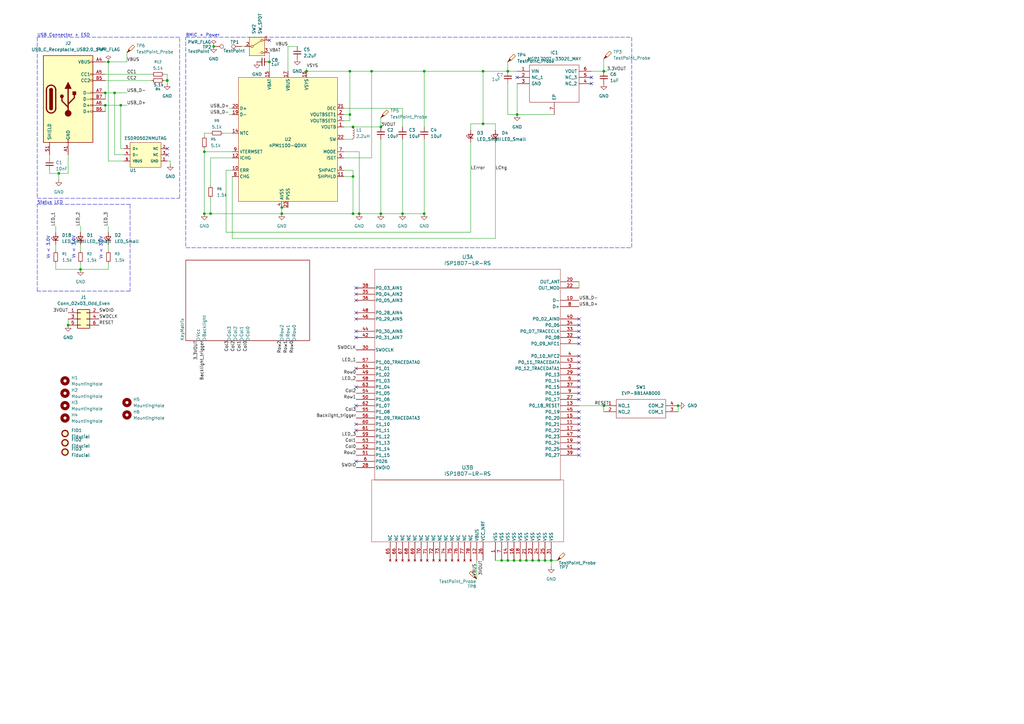
<source format=kicad_sch>
(kicad_sch (version 20250114) (generator "eeschema") (generator_version "9.0")
  (paper "A3")
  (title_block (title "Pipar Chip SMD") (date "2025-07-20") (rev "v2.0") (company "Pipar Keyboards"))
  (rectangle (start 76.2 15.24) (end 259.08 101.6) (stroke (width 0) (type dash)))
  (text "USB Connector + ESD" (at 15.24 15.24 0) (effects (font (size 1.27 1.27)) (justify left bottom)))
  (text "V_{f} < 3.0V" (at 20.574 96.774 90) (effects (font (size 1.27 1.27)) (justify right bottom)))
  (text "Status LED" (at 15.24 83.82 0) (effects (font (size 1.27 1.27)) (justify left bottom)))
  (text "BMIC + Power" (at 76.2 15.24 0) (effects (font (size 1.27 1.27)) (justify left bottom)))
  (text "V_{f} < 3.0V" (at 30.988 106.172 90) (effects (font (size 1.27 1.27)) (justify left bottom)))
  (text "V_{f} < 3.0V" (at 42.164 106.426 90) (effects (font (size 1.27 1.27)) (justify left bottom)))
  (junction (at 49.53 43.18))
  (junction (at 247.65 29.21))
  (junction (at 144.78 52.07))
  (junction (at 208.28 29.21))
  (junction (at 110.49 25.4))
  (junction (at 115.57 87.63))
  (junction (at 143.51 46.99))
  (junction (at 212.09 46.99))
  (junction (at 46.99 38.1))
  (junction (at 173.99 29.21))
  (junction (at 115.57 85.09))
  (junction (at 218.44 229.87))
  (junction (at 226.06 229.87))
  (junction (at 87.63 19.05))
  (junction (at 165.1 87.63))
  (junction (at 198.12 29.21))
  (junction (at 86.36 87.63))
  (junction (at 223.52 229.87))
  (junction (at 220.98 229.87))
  (junction (at 156.21 87.63))
  (junction (at 33.02 110.49))
  (junction (at 210.82 229.87))
  (junction (at 144.78 87.63))
  (junction (at 43.18 43.18))
  (junction (at 173.99 87.63))
  (junction (at 125.73 29.21))
  (junction (at 147.32 87.63))
  (junction (at 83.82 87.63))
  (junction (at 83.82 62.23))
  (junction (at 144.78 72.39))
  (junction (at 68.58 33.02) (diameter 1.016))
  (junction (at 24.13 71.12))
  (junction (at 208.28 229.87))
  (junction (at 215.9 229.87))
  (junction (at 247.65 166.37))
  (junction (at 205.74 229.87))
  (junction (at 152.4 29.21))
  (junction (at 198.12 50.8))
  (junction (at 156.21 52.07))
  (junction (at 278.13 166.37))
  (junction (at 27.94 133.35))
  (junction (at 213.36 229.87))
  (junction (at 44.45 25.4))
  (junction (at 43.18 38.1))
  (junction (at 143.51 29.21))
  (no_connect (at 237.49 138.43))
  (no_connect (at 237.49 179.07))
  (no_connect (at 237.49 181.61))
  (no_connect (at 237.49 151.13))
  (no_connect (at 237.49 186.69))
  (no_connect (at 146.05 151.13))
  (no_connect (at 146.05 123.19))
  (no_connect (at 237.49 168.91))
  (no_connect (at 237.49 184.15))
  (no_connect (at 146.05 130.81))
  (no_connect (at 237.49 163.83))
  (no_connect (at 146.05 173.99))
  (no_connect (at 237.49 156.21))
  (no_connect (at 146.05 135.89))
  (no_connect (at 237.49 173.99))
  (no_connect (at 68.58 63.5))
  (no_connect (at 237.49 148.59))
  (no_connect (at 237.49 140.97))
  (no_connect (at 110.49 16.51))
  (no_connect (at 146.05 158.75))
  (no_connect (at 237.49 133.35))
  (no_connect (at 146.05 189.23))
  (no_connect (at 242.57 34.29))
  (no_connect (at 237.49 161.29))
  (no_connect (at 146.05 176.53))
  (no_connect (at 146.05 118.11))
  (no_connect (at 212.09 31.75))
  (no_connect (at 237.49 171.45))
  (no_connect (at 237.49 158.75))
  (no_connect (at 68.58 60.96))
  (no_connect (at 146.05 166.37))
  (no_connect (at 237.49 176.53))
  (no_connect (at 237.49 153.67))
  (no_connect (at 146.05 138.43))
  (no_connect (at 242.57 31.75))
  (no_connect (at 146.05 120.65))
  (no_connect (at 237.49 130.81))
  (no_connect (at 146.05 128.27))
  (no_connect (at 237.49 146.05))
  (no_connect (at 237.49 135.89))
  (wire (pts (xy 237.49 115.57) (xy 237.49 118.11)))
  (wire (pts (xy 208.28 29.21) (xy 212.09 29.21)))
  (wire (pts (xy 33.02 110.49) (xy 44.45 110.49)))
  (wire (pts (xy 44.45 66.04) (xy 44.45 25.4)))
  (wire (pts (xy 92.71 69.85) (xy 92.71 95.25)))
  (wire (pts (xy 95.25 64.77) (xy 86.36 64.77)))
  (wire (pts (xy 49.53 43.18) (xy 49.53 60.96)))
  (wire (pts (xy 44.45 107.95) (xy 44.45 110.49)))
  (wire (pts (xy 165.1 87.63) (xy 165.1 57.15)))
  (wire (pts (xy 198.12 50.8) (xy 203.2 50.8)))
  (wire (pts (xy 203.2 229.87) (xy 205.74 229.87)))
  (wire (pts (xy 118.11 19.05) (xy 118.11 29.21)))
  (polyline (pts (xy 73.66 81.28) (xy 73.66 15.24)) (stroke (width 0) (type dash)))
  (wire (pts (xy 125.73 29.21) (xy 143.51 29.21)))
  (wire (pts (xy 173.99 29.21) (xy 173.99 52.07)))
  (wire (pts (xy 118.11 19.05) (xy 121.92 19.05)))
  (wire (pts (xy 33.02 92.71) (xy 33.02 95.25)))
  (wire (pts (xy 46.99 38.1) (xy 52.07 38.1)))
  (wire (pts (xy 91.44 54.61) (xy 95.25 54.61)))
  (wire (pts (xy 83.82 55.88) (xy 83.82 54.61)))
  (wire (pts (xy 43.18 38.1) (xy 46.99 38.1)))
  (wire (pts (xy 27.94 130.81) (xy 27.94 133.35)))
  (wire (pts (xy 44.45 25.4) (xy 52.07 25.4)))
  (wire (pts (xy 43.18 43.18) (xy 43.18 45.72)))
  (polyline (pts (xy 15.24 15.24) (xy 15.24 81.28)) (stroke (width 0) (type dash)))
  (wire (pts (xy 198.12 50.8) (xy 193.04 50.8)))
  (wire (pts (xy 208.28 34.29) (xy 208.28 46.99)))
  (wire (pts (xy 44.45 92.71) (xy 44.45 95.25)))
  (wire (pts (xy 115.57 85.09) (xy 118.11 85.09)))
  (wire (pts (xy 140.97 44.45) (xy 165.1 44.45)))
  (wire (pts (xy 20.32 71.12) (xy 24.13 71.12)))
  (wire (pts (xy 208.28 46.99) (xy 212.09 46.99)))
  (wire (pts (xy 115.57 87.63) (xy 144.78 87.63)))
  (wire (pts (xy 110.49 25.4) (xy 110.49 29.21)))
  (wire (pts (xy 165.1 44.45) (xy 165.1 52.07)))
  (wire (pts (xy 213.36 229.87) (xy 215.9 229.87)))
  (wire (pts (xy 226.06 229.87) (xy 226.06 232.41)))
  (wire (pts (xy 218.44 229.87) (xy 220.98 229.87)))
  (wire (pts (xy 208.28 229.87) (xy 210.82 229.87)))
  (wire (pts (xy 212.09 34.29) (xy 212.09 46.99)))
  (wire (pts (xy 203.2 58.42) (xy 203.2 97.79)))
  (wire (pts (xy 67.31 33.02) (xy 68.58 33.02)))
  (wire (pts (xy 22.86 107.95) (xy 22.86 110.49)))
  (wire (pts (xy 143.51 29.21) (xy 152.4 29.21)))
  (wire (pts (xy 52.07 21.59) (xy 52.07 25.4)))
  (wire (pts (xy 143.51 49.53) (xy 143.51 46.99)))
  (wire (pts (xy 24.13 73.66) (xy 24.13 71.12)))
  (wire (pts (xy 68.58 33.02) (xy 68.58 34.29)))
  (wire (pts (xy 198.12 29.21) (xy 198.12 50.8)))
  (wire (pts (xy 156.21 48.26) (xy 156.21 52.07)))
  (wire (pts (xy 86.36 87.63) (xy 83.82 87.63)))
  (wire (pts (xy 20.32 63.5) (xy 20.32 64.77)))
  (wire (pts (xy 278.13 166.37) (xy 278.13 168.91)))
  (wire (pts (xy 69.85 67.31) (xy 69.85 66.04)))
  (wire (pts (xy 144.78 69.85) (xy 144.78 72.39)))
  (wire (pts (xy 92.71 69.85) (xy 95.25 69.85)))
  (wire (pts (xy 165.1 87.63) (xy 173.99 87.63)))
  (wire (pts (xy 125.73 27.94) (xy 125.73 29.21)))
  (wire (pts (xy 44.45 25.4) (xy 43.18 25.4)))
  (wire (pts (xy 144.78 72.39) (xy 144.78 87.63)))
  (wire (pts (xy 247.65 29.21) (xy 248.92 29.21)))
  (wire (pts (xy 203.2 50.8) (xy 203.2 53.34)))
  (wire (pts (xy 43.18 43.18) (xy 49.53 43.18)))
  (wire (pts (xy 140.97 69.85) (xy 144.78 69.85)))
  (wire (pts (xy 173.99 29.21) (xy 198.12 29.21)))
  (wire (pts (xy 95.25 72.39) (xy 95.25 97.79)))
  (wire (pts (xy 247.65 24.13) (xy 247.65 29.21)))
  (wire (pts (xy 242.57 29.21) (xy 247.65 29.21)))
  (wire (pts (xy 140.97 64.77) (xy 152.4 64.77)))
  (wire (pts (xy 22.86 110.49) (xy 33.02 110.49)))
  (wire (pts (xy 144.78 87.63) (xy 147.32 87.63)))
  (wire (pts (xy 228.6 229.87) (xy 226.06 229.87)))
  (wire (pts (xy 95.25 44.45) (xy 93.98 44.45)))
  (wire (pts (xy 212.09 46.99) (xy 227.33 46.99)))
  (wire (pts (xy 46.99 63.5) (xy 46.99 38.1)))
  (wire (pts (xy 223.52 229.87) (xy 226.06 229.87)))
  (wire (pts (xy 195.58 229.87) (xy 195.58 237.49)))
  (wire (pts (xy 156.21 87.63) (xy 165.1 87.63)))
  (wire (pts (xy 27.94 71.12) (xy 27.94 63.5)))
  (wire (pts (xy 86.36 87.63) (xy 115.57 87.63)))
  (wire (pts (xy 44.45 100.33) (xy 44.45 102.87)))
  (wire (pts (xy 49.53 60.96) (xy 50.8 60.96)))
  (wire (pts (xy 22.86 100.33) (xy 22.86 102.87)))
  (wire (pts (xy 95.25 46.99) (xy 93.98 46.99)))
  (wire (pts (xy 237.49 166.37) (xy 247.65 166.37)))
  (wire (pts (xy 208.28 25.4) (xy 208.28 29.21)))
  (wire (pts (xy 115.57 87.63) (xy 115.57 85.09)))
  (wire (pts (xy 43.18 38.1) (xy 43.18 40.64)))
  (wire (pts (xy 43.18 33.02) (xy 62.23 33.02)))
  (wire (pts (xy 198.12 29.21) (xy 208.28 29.21)))
  (wire (pts (xy 83.82 62.23) (xy 95.25 62.23)))
  (wire (pts (xy 110.49 21.59) (xy 110.49 25.4)))
  (wire (pts (xy 144.78 52.07) (xy 156.21 52.07)))
  (polyline (pts (xy 15.24 119.38) (xy 15.24 83.82)) (stroke (width 0) (type dash)))
  (wire (pts (xy 143.51 29.21) (xy 143.51 46.99)))
  (wire (pts (xy 68.58 30.48) (xy 68.58 33.02)))
  (wire (pts (xy 33.02 100.33) (xy 33.02 102.87)))
  (wire (pts (xy 46.99 63.5) (xy 50.8 63.5)))
  (wire (pts (xy 20.32 69.85) (xy 20.32 71.12)))
  (polyline (pts (xy 73.66 15.24) (xy 15.24 15.24)) (stroke (width 0) (type dash)))
  (wire (pts (xy 33.02 107.95) (xy 33.02 110.49)))
  (wire (pts (xy 140.97 62.23) (xy 147.32 62.23)))
  (wire (pts (xy 247.65 166.37) (xy 247.65 168.91)))
  (wire (pts (xy 67.31 30.48) (xy 68.58 30.48)))
  (wire (pts (xy 210.82 229.87) (xy 213.36 229.87)))
  (wire (pts (xy 140.97 52.07) (xy 144.78 52.07)))
  (wire (pts (xy 193.04 50.8) (xy 193.04 53.34)))
  (wire (pts (xy 215.9 229.87) (xy 218.44 229.87)))
  (wire (pts (xy 143.51 46.99) (xy 140.97 46.99)))
  (wire (pts (xy 140.97 72.39) (xy 144.78 72.39)))
  (polyline (pts (xy 53.34 83.82) (xy 53.34 119.38)) (stroke (width 0) (type dash)))
  (wire (pts (xy 156.21 87.63) (xy 156.21 57.15)))
  (wire (pts (xy 22.86 92.71) (xy 22.86 95.25)))
  (wire (pts (xy 83.82 54.61) (xy 86.36 54.61)))
  (wire (pts (xy 92.71 95.25) (xy 193.04 95.25)))
  (wire (pts (xy 49.53 43.18) (xy 52.07 43.18)))
  (wire (pts (xy 43.18 30.48) (xy 62.23 30.48)))
  (wire (pts (xy 205.74 229.87) (xy 208.28 229.87)))
  (wire (pts (xy 95.25 97.79) (xy 203.2 97.79)))
  (wire (pts (xy 140.97 49.53) (xy 143.51 49.53)))
  (wire (pts (xy 86.36 64.77) (xy 86.36 76.2)))
  (wire (pts (xy 152.4 29.21) (xy 173.99 29.21)))
  (wire (pts (xy 83.82 60.96) (xy 83.82 62.23)))
  (wire (pts (xy 193.04 58.42) (xy 193.04 95.25)))
  (polyline (pts (xy 15.24 81.28) (xy 73.66 81.28)) (stroke (width 0) (type dash)))
  (wire (pts (xy 69.85 66.04) (xy 68.58 66.04)))
  (wire (pts (xy 86.36 87.63) (xy 86.36 81.28)))
  (wire (pts (xy 83.82 62.23) (xy 83.82 87.63)))
  (wire (pts (xy 44.45 66.04) (xy 50.8 66.04)))
  (polyline (pts (xy 53.34 119.38) (xy 15.24 119.38)) (stroke (width 0) (type dash)))
  (wire (pts (xy 147.32 87.63) (xy 156.21 87.63)))
  (polyline (pts (xy 15.24 83.82) (xy 53.34 83.82)) (stroke (width 0) (type dash)))
  (wire (pts (xy 24.13 71.12) (xy 27.94 71.12)))
  (wire (pts (xy 99.06 19.05) (xy 100.33 19.05)))
  (wire (pts (xy 173.99 87.63) (xy 173.99 57.15)))
  (wire (pts (xy 147.32 62.23) (xy 147.32 87.63)))
  (wire (pts (xy 152.4 64.77) (xy 152.4 29.21)))
  (wire (pts (xy 140.97 57.15) (xy 144.78 57.15)))
  (wire (pts (xy 220.98 229.87) (xy 223.52 229.87)))
  (label "USB_D+" (at 237.49 125.73 0))
  (label "Row1" (at 146.05 163.83 180))
  (label "SWDCLK" (at 146.05 143.51 180))
  (label "RESET" (at 40.64 133.35 0))
  (label "USB_D+" (at 52.07 43.18 0))
  (label "VBUS" (at 118.11 19.05 180))
  (label "3.3VOUT" (at 81.28 139.7 270))
  (label "Row2" (at 146.05 186.69 180))
  (label "LED_2" (at 146.05 156.21 180))
  (label "Col2" (at 146.05 161.29 180))
  (label "Col0" (at 101.6 139.7 270))
  (label "USB_D+" (at 93.98 44.45 180))
  (label "SWDIO" (at 146.05 191.77 180))
  (label "Col0" (at 146.05 184.15 180))
  (label "CC2" (at 52.07 33.02 0))
  (label "LED_3" (at 44.45 92.71 90))
  (label "SWDCLK" (at 40.64 130.81 0))
  (label "Row0" (at 120.65 139.7 270))
  (label "Col1" (at 146.05 181.61 180))
  (label "LED_2" (at 33.02 92.71 90))
  (label "USB_D-" (at 52.07 38.1 0))
  (label "VBAT" (at 110.49 21.59 0))
  (label "Col2" (at 96.52 139.7 270))
  (label "Row1" (at 118.11 139.7 270))
  (label "LED_3" (at 146.05 179.07 180))
  (label "LError" (at 193.04 69.85 0))
  (label "CC1" (at 52.07 30.48 0))
  (label "Backlight_trigger" (at 83.82 139.7 270))
  (label "Row0" (at 146.05 153.67 180))
  (label "Row2" (at 115.57 139.7 270))
  (label "3VOUT" (at 27.94 128.27 180))
  (label "RESET" (at 243.84 166.37 0))
  (label "VBUS" (at 52.07 25.4 0))
  (label "USB_D-" (at 237.49 123.19 0))
  (label "Backlight_trigger" (at 146.05 171.45 180))
  (label "3VOUT" (at 156.21 52.07 0))
  (label "LChg" (at 203.2 69.85 0))
  (label "3VOUT" (at 198.12 229.87 270))
  (label "LED_1" (at 22.86 92.71 90))
  (label "USB_D-" (at 93.98 46.99 180))
  (label "SWDIO" (at 40.64 128.27 0))
  (label "3.3VOUT" (at 248.92 29.21 0))
  (label "Col1" (at 99.06 139.7 270))
  (label "LED_1" (at 146.05 148.59 180))
  (label "Col3" (at 93.98 139.7 270))
  (label "Col3" (at 146.05 168.91 180))
  (label "VBUS" (at 195.58 231.14 270))
  (label "VSYS" (at 125.73 27.94 0))
  (symbol (lib_id "power:GND") (at 147.32 87.63 0) (unit 1)
    (property "Reference" "#PWR011" (effects (hide yes)))
    (property "Value" "GND" (at 147.32 92.71 0))
    (property "Description" "Power symbol creates a global label with name \"GND\" , ground" (effects (hide yes)))
  )
  (symbol (lib_name "LED_Small_1") (lib_id "Device:LED_Small") (at 44.45 97.79 90) (unit 1)
    (property "Reference" "D2" (at 46.99 96.4564 90) (effects (justify right)))
    (property "Value" "LED_Small" (at 46.99 98.9964 90) (effects (justify right)))
    (property "Footprint" "LED_SMD:LED_0603_1608Metric" (effects (hide yes)))
    (property "Description" "Light emitting diode, small symbol" (effects (hide yes)))
    (property "Sim.Pin" "1=K 2=A" (effects (hide yes)))
    (property "Manufacturer_Name" "Inolux" (effects (hide yes)))
    (property "Manufacturer_Part_Number" "IN-PIS63BTPB" (effects (hide yes)))
    (property "Mouser Part Number" "743-IN-PIS63BTPB" (effects (hide yes)))
  )
  (symbol (lib_name "LED_Small_1") (lib_id "Device:LED_Small") (at 33.02 97.79 90) (unit 1)
    (property "Reference" "D1" (at 35.56 96.4564 90) (effects (justify right)))
    (property "Value" "LED_Small" (at 35.56 98.9964 90) (effects (justify right)))
    (property "Footprint" "LED_SMD:LED_0603_1608Metric" (effects (hide yes)))
    (property "Description" "Light emitting diode, small symbol" (effects (hide yes)))
    (property "Sim.Pin" "1=K 2=A" (effects (hide yes)))
    (property "Manufacturer_Name" "Inolux" (effects (hide yes)))
    (property "Manufacturer_Part_Number" "IN-PIS63BTPG" (effects (hide yes)))
    (property "Mouser Part Number" "743-IN-PIS63BTPG" (effects (hide yes)))
  )
  (symbol (lib_id "power:GND") (at 226.06 232.41 0) (unit 1)
    (property "Reference" "#PWR05" (effects (hide yes)))
    (property "Value" "GND" (at 226.06 237.49 0))
    (property "Description" "Power symbol creates a global label with name \"GND\" , ground" (effects (hide yes)))
  )
  (symbol (lib_id "power:GND") (at 27.94 133.35 0) (unit 1)
    (property "Reference" "#PWR03" (effects (hide yes)))
    (property "Value" "GND" (at 27.94 138.43 0))
    (property "Description" "Power symbol creates a global label with name \"GND\" , ground" (effects (hide yes)))
  )
  (symbol (lib_id "power:GND") (at 121.92 24.13 0) (unit 1)
    (property "Reference" "#PWR015" (effects (hide yes)))
    (property "Value" "GND" (at 121.92 29.21 0))
    (property "Description" "Power symbol creates a global label with name \"GND\" , ground" (effects (hide yes)))
  )
  (symbol (lib_id "power:GND") (at 68.58 34.29 0) (unit 1)
    (property "Reference" "#PWR07" (effects (hide yes)))
    (property "Value" "GND" (at 68.58 39.37 0))
    (property "Description" "Power symbol creates a global label with name \"GND\" , ground" (effects (hide yes)))
  )
  (symbol (lib_id "Device:C_Small") (at 107.95 25.4 270) (unit 1)
    (property "Reference" "C8" (at 114.046 24.638 90) (effects (justify right)))
    (property "Value" "1uF" (at 114.808 26.416 90) (effects (justify right)))
    (property "Footprint" "Capacitor_SMD:C_0603_1608Metric" (effects (hide yes)))
    (property "Description" "Capacitor, X5R, 25 V, ±20%" (effects (hide yes)))
    (property "Mouser Part Number" "603-CC603KRX7R5BB105" (effects (hide yes)))
    (property "Manufacturer_Name" "YAGEO" (effects (hide yes)))
    (property "Manufacturer_Part_Number" "CC0603KRX7R5BB105" (effects (hide yes)))
  )
  (symbol (lib_id "SamacSys_Parts:MCP1700T-3302E_MAY") (at 212.09 29.21 0) (unit 1)
    (property "Reference" "IC1" (at 227.33 21.59 0))
    (property "Value" "MCP1700T-3302E_MAY" (at 227.33 24.13 0))
    (property "Footprint" "SamacSys_Parts:SON65P200X200X90-7N" (effects (hide yes)))
    (property "Datasheet" "https://datasheet.datasheetarchive.com/originals/distributors/Datasheets-DGA25/1767215.pdf" (effects (hide yes)))
    (property "Description" "LDO Regulator Pos 3.3V 0.25A Automotive 6-Pin DFN EP T/R" (effects (hide yes)))
    (property "Description_1" "LDO Regulator Pos 3.3V 0.25A Automotive 6-Pin DFN EP T/R" (effects (hide yes)))
    (property "Height" "0.9" (effects (hide yes)))
    (property "Manufacturer_Name" "Microchip" (effects (hide yes)))
    (property "Manufacturer_Part_Number" "MCP1700T-3302E/MAY" (effects (hide yes)))
    (property "Mouser Part Number" "579-MCP1700T3302EMAY" (effects (hide yes)))
    (property "Mouser Price/Stock" "https://www.mouser.co.uk/ProductDetail/Microchip-Technology/MCP1700T-3302E-MAY?qs=98WN%2FnWUQiT%252B8kkJEG8McA%3D%3D" (effects (hide yes)))
    (property "Arrow Part Number" "MCP1700T-3302E/MAY" (effects (hide yes)))
    (property "Arrow Price/Stock" "https://www.arrow.com/en/products/mcp1700t-3302emay/microchip-technology?utm_currency=USD&region=nac" (effects (hide yes)))
  )
  (symbol (lib_id "power:GND") (at 165.1 87.63 0) (unit 1)
    (property "Reference" "#PWR013" (effects (hide yes)))
    (property "Value" "GND" (at 165.1 92.71 0))
    (property "Description" "Power symbol creates a global label with name \"GND\" , ground" (effects (hide yes)))
  )
  (symbol (lib_id "power:PWR_FLAG") (at 87.63 19.05 0) (unit 1)
    (property "Reference" "#FLG02" (effects (hide yes)))
    (property "Value" "PWR_FLAG" (at 81.788 17.272 0))
    (property "Description" "Special symbol for telling ERC where power comes from" (effects (hide yes)))
  )
  (symbol (lib_id "Mechanical:MountingHole") (at 26.67 161.29 0) (unit 1) (in_bom no)
    (property "Reference" "H2" (at 29.21 160.0199 0) (effects (justify left)))
    (property "Value" "MountingHole" (at 29.21 162.5599 0) (effects (justify left)))
    (property "Footprint" "Keyboard:SMTSO_M2_C4_2+C2.7_1.5" (effects (hide yes)))
    (property "Description" "Mounting Hole without connection" (effects (hide yes)))
  )
  (symbol (lib_id "Device:C_Small") (at 156.21 54.61 180) (unit 1)
    (property "Reference" "C2" (at 158.75 53.3335 0) (effects (justify right)))
    (property "Value" "10uF" (at 158.75 55.8735 0) (effects (justify right)))
    (property "Footprint" "Capacitor_SMD:C_0603_1608Metric" (effects (hide yes)))
    (property "Description" "Capacitor, X5R, 25 V, ±20%" (effects (hide yes)))
    (property "Mouser Part Number" "810-C1608X5R0J106K" (effects (hide yes)))
    (property "Manufacturer_Name" "TDK" (effects (hide yes)))
    (property "Manufacturer_Part_Number" "C1608X5R0J106K080AB" (effects (hide yes)))
  )
  (symbol (lib_id "power:GND") (at 24.13 73.66 0) (unit 1)
    (property "Reference" "#PWR02" (effects (hide yes)))
    (property "Value" "GND" (at 24.13 78.74 0))
    (property "Description" "Power symbol creates a global label with name \"GND\" , ground" (effects (hide yes)))
  )
  (symbol (lib_id "power:GND") (at 33.02 110.49 0) (unit 1)
    (property "Reference" "#PWR06" (effects (hide yes)))
    (property "Value" "GND" (at 33.02 115.57 0))
    (property "Description" "Power symbol creates a global label with name \"GND\" , ground" (effects (hide yes)))
  )
  (symbol (lib_id "Device:C_Small") (at 208.28 31.75 180) (unit 1)
    (property "Reference" "C7" (at 203.708 30.734 0) (effects (justify right)))
    (property "Value" "1uF" (at 201.676 32.512 0) (effects (justify right)))
    (property "Footprint" "Capacitor_SMD:C_0603_1608Metric" (effects (hide yes)))
    (property "Description" "Capacitor, X5R, 25 V, ±20%" (effects (hide yes)))
    (property "Mouser Part Number" "603-CC603KRX7R5BB105" (effects (hide yes)))
    (property "Manufacturer_Name" "YAGEO" (effects (hide yes)))
    (property "Manufacturer_Part_Number" "CC0603KRX7R5BB105" (effects (hide yes)))
  )
  (symbol (lib_id "power:GND") (at 115.57 87.63 0) (unit 1)
    (property "Reference" "#PWR01" (effects (hide yes)))
    (property "Value" "GND" (at 115.57 92.71 0))
    (property "Description" "Power symbol creates a global label with name \"GND\" , ground" (effects (hide yes)))
  )
  (symbol (lib_name "LED_Small_1") (lib_id "Device:LED_Small") (at 22.86 97.79 90) (unit 1)
    (property "Reference" "D18" (at 25.4 96.4564 90) (effects (justify right)))
    (property "Value" "LED_Small" (at 25.4 98.9964 90) (effects (justify right)))
    (property "Footprint" "LED_SMD:LED_0603_1608Metric" (effects (hide yes)))
    (property "Description" "Light emitting diode, small symbol" (effects (hide yes)))
    (property "Sim.Pin" "1=K 2=A" (effects (hide yes)))
    (property "Manufacturer_Name" "Inolux" (effects (hide yes)))
    (property "Manufacturer_Part_Number" "IN-PIS63BTPR" (effects (hide yes)))
    (property "Mouser Part Number" "743-IN-PIS63BTPR" (effects (hide yes)))
  )
  (symbol (lib_id "power:GND") (at 105.41 25.4 0) (unit 1)
    (property "Reference" "#PWR017" (effects (hide yes)))
    (property "Value" "GND" (at 105.41 30.48 0))
    (property "Description" "Power symbol creates a global label with name \"GND\" , ground" (effects (hide yes)))
  )
  (symbol (lib_id "Mechanical:MountingHole") (at 26.67 171.45 0) (unit 1) (in_bom no)
    (property "Reference" "H4" (at 29.21 170.1799 0) (effects (justify left)))
    (property "Value" "MountingHole" (at 29.21 172.7199 0) (effects (justify left)))
    (property "Footprint" "Keyboard:SMTSO_M2_C4_2+C2.7_1.5" (effects (hide yes)))
    (property "Description" "Mounting Hole without connection" (effects (hide yes)))
  )
  (symbol (lib_name "R_Small_1") (lib_id "Device:R_Small") (at 64.77 33.02 90) (unit 1)
    (property "Reference" "R4" (at 64.77 36.576 90) (effects (font (size 1.016 1.016))))
    (property "Value" "5.1k" (at 65.024 34.798 90))
    (property "Footprint" "Resistor_SMD:R_0603_1608Metric" (effects (hide yes)))
    (property "Description" "Resistor, small symbol" (effects (hide yes)))
    (property "Manufacturer_Name" "YAGEO" (effects (hide yes)))
    (property "Manufacturer_Part_Number" "603-RC0603FR-075K1L" (effects (hide yes)))
    (property "Mouser Part Number" "603-RC0603FR-075K1L " (effects (hide yes)))
  )
  (symbol (lib_id "Connector:TestPoint_Probe") (at 208.28 25.4 0) (unit 1) (in_bom no)
    (property "Reference" "TP4" (at 212.09 22.5424 0) (effects (justify left)))
    (property "Value" "TestPoint_Probe" (at 212.09 25.0824 0) (effects (justify left)))
    (property "Footprint" "TestPoint:TestPoint_Pad_D1.0mm" (effects (hide yes)))
    (property "Description" "test point (alternative probe-style design)" (effects (hide yes)))
  )
  (symbol (lib_id "power:GND") (at 87.63 19.05 0) (unit 1)
    (property "Reference" "#PWR08" (effects (hide yes)))
    (property "Value" "GND" (at 87.63 24.13 0))
    (property "Description" "Power symbol creates a global label with name \"GND\" , ground" (effects (hide yes)))
  )
  (symbol (lib_name "R_Small_1") (lib_id "Device:R_Small") (at 44.45 105.41 180) (unit 1)
    (property "Reference" "R3" (at 46.99 104.1399 0) (effects (font (size 1.016 1.016)) (justify right)))
    (property "Value" "1.5k" (at 46.99 106.6799 0) (effects (justify right)))
    (property "Footprint" "Resistor_SMD:R_0603_1608Metric" (effects (hide yes)))
    (property "Description" "Resistor, small symbol" (effects (hide yes)))
    (property "Manufacturer_Name" "YAGEO" (effects (hide yes)))
    (property "Manufacturer_Part_Number" "RC0603FR-071K5L" (effects (hide yes)))
    (property "Mouser Part Number" "603-RC0603FR-071K5L " (effects (hide yes)))
  )
  (symbol (lib_id "Mechanical:Fiducial") (at 26.67 185.42 0) (unit 1) (in_bom no)
    (property "Reference" "FID3" (at 29.21 184.1499 0) (effects (justify left)))
    (property "Value" "Fiducial" (at 29.21 186.6899 0) (effects (justify left)))
    (property "Footprint" "Fiducial:Fiducial_0.5mm_Mask1mm" (effects (hide yes)))
    (property "Description" "Fiducial Marker" (effects (hide yes)))
  )
  (symbol (lib_id "Connector:TestPoint_Probe") (at 52.07 21.59 0) (unit 1) (in_bom no)
    (property "Reference" "TP6" (at 55.88 18.7324 0) (effects (justify left)))
    (property "Value" "TestPoint_Probe" (at 55.88 21.2724 0) (effects (justify left)))
    (property "Footprint" "TestPoint:TestPoint_Pad_D1.0mm" (effects (hide yes)))
    (property "Description" "test point (alternative probe-style design)" (effects (hide yes)))
  )
  (symbol (lib_id "power:GND") (at 156.21 87.63 0) (unit 1)
    (property "Reference" "#PWR012" (effects (hide yes)))
    (property "Value" "GND" (at 156.21 92.71 0))
    (property "Description" "Power symbol creates a global label with name \"GND\" , ground" (effects (hide yes)))
  )
  (symbol (lib_id "Connector:TestPoint_Probe") (at 247.65 24.13 0) (unit 1) (in_bom no)
    (property "Reference" "TP3" (at 251.46 21.2724 0) (effects (justify left)))
    (property "Value" "TestPoint_Probe" (at 251.46 23.8124 0) (effects (justify left)))
    (property "Footprint" "TestPoint:TestPoint_Pad_D1.0mm" (effects (hide yes)))
    (property "Description" "test point (alternative probe-style design)" (effects (hide yes)))
  )
  (symbol (lib_id "Mechanical:MountingHole") (at 52.07 165.1 0) (unit 1) (in_bom no)
    (property "Reference" "H5" (at 54.61 163.8299 0) (effects (justify left)))
    (property "Value" "MountingHole" (at 54.61 166.3699 0) (effects (justify left)))
    (property "Footprint" "Art:chip" (effects (hide yes)))
    (property "Description" "Mounting Hole without connection" (effects (hide yes)))
  )
  (symbol (lib_id "Device:C_Small") (at 20.32 67.31 0) (unit 1)
    (property "Reference" "C1" (at 22.86 66.6813 0) (effects (justify left)))
    (property "Value" "10nF" (at 22.86 69.2213 0) (effects (justify left)))
    (property "Footprint" "Capacitor_SMD:C_0603_1608Metric" (effects (hide yes)))
    (property "Description" "Unpolarized capacitor, small symbol" (effects (hide yes)))
    (property "Mouser Part Number" "810-C1608X5R1H103KAA" (effects (hide yes)))
    (property "Manufacturer_Name" "TDK" (effects (hide yes)))
    (property "Manufacturer_Part_Number" "C1608X5R1H103K080AA" (effects (hide yes)))
  )
  (symbol (lib_name "R_Small_1") (lib_id "Device:R_Small") (at 64.77 30.48 90) (unit 1)
    (property "Reference" "R12" (at 64.77 25.4 90) (effects (font (size 1.016 1.016))))
    (property "Value" "5.1k" (at 64.77 27.94 90))
    (property "Footprint" "Resistor_SMD:R_0603_1608Metric" (effects (hide yes)))
    (property "Description" "Resistor, small symbol" (effects (hide yes)))
    (property "Manufacturer_Name" "YAGEO" (effects (hide yes)))
    (property "Manufacturer_Part_Number" "603-RC0603FR-075K1L" (effects (hide yes)))
    (property "Mouser Part Number" "603-RC0603FR-075K1L " (effects (hide yes)))
  )
  (symbol (lib_id "power:PWR_FLAG") (at 44.45 25.4 0) (unit 1)
    (property "Reference" "#FLG01" (effects (hide yes)))
    (property "Value" "PWR_FLAG" (at 44.45 20.32 0))
    (property "Description" "Special symbol for telling ERC where power comes from" (effects (hide yes)))
  )
  (symbol (lib_id "mikoto:ESDR0502NMUTAG") (at 59.69 63.5 0) (unit 1) (in_bom no)
    (property "Reference" "U1" (at 54.61 69.8204 0))
    (property "Value" "ESDR0502NMUTAG" (at 59.69 56.7205 0))
    (property "Footprint" "Mikoto:UDFN-6_1.2x1.0mm_P0.4mm" (effects (hide yes)))
    (property "Datasheet" "http://www.onsemi.cn/pub_link/Collateral/ESDR0502N-D.PDF" (effects (hide yes)))
    (property "Manufacturer Part" "ESDR0502NMUTBG" (effects (hide yes)))
    (property "LCSC" "C327480" (effects (hide yes)))
  )
  (symbol (lib_id "power:GND") (at 247.65 34.29 0) (unit 1)
    (property "Reference" "#PWR010" (effects (hide yes)))
    (property "Value" "GND" (at 247.65 39.37 0))
    (property "Description" "Power symbol creates a global label with name \"GND\" , ground" (effects (hide yes)))
  )
  (symbol (lib_id "Connector:TestPoint") (at 99.06 19.05 90) (unit 1) (in_bom no)
    (property "Reference" "TP1" (at 96.266 17.272 90))
    (property "Value" "TestPoint" (at 96.012 20.828 90))
    (property "Footprint" "TestPoint:TestPoint_Pad_D1.5mm" (effects (hide yes)))
    (property "Description" "test point" (effects (hide yes)))
  )
  (symbol (lib_id "power:GND") (at 173.99 87.63 0) (unit 1)
    (property "Reference" "#PWR014" (effects (hide yes)))
    (property "Value" "GND" (at 173.99 92.71 0))
    (property "Description" "Power symbol creates a global label with name \"GND\" , ground" (effects (hide yes)))
  )
  (symbol (lib_id "Switch:SW_SPDT") (at 105.41 19.05 0) (unit 1)
    (property "Reference" "SW2" (at 104.1399 13.97 90) (effects (justify left)))
    (property "Value" "SW_SPDT" (at 106.6799 13.97 90) (effects (justify left)))
    (property "Footprint" "Button_Switch_SMD:SW_SPDT_PCM12" (effects (hide yes)))
    (property "Description" "Switch, single pole double throw" (effects (hide yes)))
    (property "Manufacturer_Name" "C&K" (effects (hide yes)))
    (property "Manufacturer_Part_Number" "PCM12SMTBR" (effects (hide yes)))
    (property "Mouser Part Number" "611-PCM12SMTBR " (effects (hide yes)))
  )
  (symbol (lib_id "Mechanical:Fiducial") (at 26.67 177.8 0) (unit 1) (in_bom no)
    (property "Reference" "FID1" (at 29.21 176.5299 0) (effects (justify left)))
    (property "Value" "Fiducial" (at 29.21 179.0699 0) (effects (justify left)))
    (property "Footprint" "Fiducial:Fiducial_0.5mm_Mask1mm" (effects (hide yes)))
    (property "Description" "Fiducial Marker" (effects (hide yes)))
  )
  (symbol (lib_id "Connector:TestPoint_Probe") (at 228.6 229.87 0) (unit 1) (in_bom no)
    (property "Reference" "TP7" (at 229.362 232.664 0) (effects (justify left)))
    (property "Value" "TestPoint_Probe" (at 229.108 230.886 0) (effects (justify left)))
    (property "Footprint" "TestPoint:TestPoint_Pad_D1.0mm" (effects (hide yes)))
    (property "Description" "test point (alternative probe-style design)" (effects (hide yes)))
  )
  (symbol (lib_name "LED_Small_1") (lib_id "Device:LED_Small") (at 193.04 55.88 90) (unit 1)
    (property "Reference" "D3" (at 195.58 54.5464 90) (effects (justify right)))
    (property "Value" "LED_Small" (at 195.58 57.0864 90) (effects (justify right)))
    (property "Footprint" "LED_SMD:LED_0603_1608Metric" (effects (hide yes)))
    (property "Description" "Light emitting diode, small symbol" (effects (hide yes)))
    (property "Sim.Pin" "1=K 2=A" (effects (hide yes)))
    (property "Manufacturer_Name" "Inolux" (effects (hide yes)))
    (property "Manufacturer_Part_Number" "IN-PIS63BTPR" (effects (hide yes)))
    (property "Mouser Part Number" "743-IN-PIS63BTPR" (effects (hide yes)))
  )
  (symbol (lib_name "R_Small_1") (lib_id "Device:R_Small") (at 33.02 105.41 180) (unit 1)
    (property "Reference" "R2" (at 35.56 104.1399 0) (effects (font (size 1.016 1.016)) (justify right)))
    (property "Value" "1.5k" (at 35.56 106.6799 0) (effects (justify right)))
    (property "Footprint" "Resistor_SMD:R_0603_1608Metric" (effects (hide yes)))
    (property "Description" "Resistor, small symbol" (effects (hide yes)))
    (property "Manufacturer_Name" "YAGEO" (effects (hide yes)))
    (property "Manufacturer_Part_Number" "RC0603FR-071K5L" (effects (hide yes)))
    (property "Mouser Part Number" "603-RC0603FR-071K5L " (effects (hide yes)))
  )
  (symbol (lib_id "power:GND") (at 69.85 67.31 0) (unit 1)
    (property "Reference" "#PWR04" (effects (hide yes)))
    (property "Value" "GND" (at 69.85 72.39 0))
    (property "Description" "Power symbol creates a global label with name \"GND\" , ground" (effects (hide yes)))
  )
  (symbol (lib_id "Device:C_Small") (at 247.65 31.75 180) (unit 1)
    (property "Reference" "C6" (at 250.19 30.4735 0) (effects (justify right)))
    (property "Value" "1uF" (at 250.19 33.0135 0) (effects (justify right)))
    (property "Footprint" "Capacitor_SMD:C_0603_1608Metric" (effects (hide yes)))
    (property "Description" "Capacitor, X5R, 25 V, ±20%" (effects (hide yes)))
    (property "Mouser Part Number" "603-CC603KRX7R5BB105" (effects (hide yes)))
    (property "Manufacturer_Name" "YAGEO" (effects (hide yes)))
    (property "Manufacturer_Part_Number" "CC0603KRX7R5BB105" (effects (hide yes)))
  )
  (symbol (lib_name "ISP1807-LR-RS_1") (lib_id "ISP1807-LR-RS:ISP1807-LR-RS") (at 160.02 229.87 90) (unit 2)
    (property "Reference" "U3" (at 191.77 191.77 90) (effects (font (size 1.524 1.524))))
    (property "Value" "ISP1807-LR-RS" (at 191.77 194.31 90) (effects (font (size 1.524 1.524))))
    (property "Footprint" "ISP1807-LR-RS:ISP1807-LR-RS" (effects (hide yes)))
    (property "Datasheet" "ISP1807-LR-RS" (effects (hide yes)))
    (property "Manufacturer_Name" "Insight SiP" (effects (hide yes)))
    (property "Manufacturer_Part_Number" "ISP1807-LR-RS " (effects (hide yes)))
    (property "Mouser Part Number" "359-ISP1807-LR-RS" (effects (hide yes)))
  )
  (symbol (lib_id "ISP1807-LR-RS:ISP1807-LR-RS") (at 146.05 118.11 0) (unit 1)
    (property "Reference" "U3" (at 191.77 105.41 0) (effects (font (size 1.524 1.524))))
    (property "Value" "ISP1807-LR-RS" (at 191.77 107.95 0) (effects (font (size 1.524 1.524))))
    (property "Footprint" "ISP1807-LR-RS:ISP1807-LR-RS" (effects (hide yes)))
    (property "Datasheet" "ISP1807-LR-RS" (effects (hide yes)))
    (property "Manufacturer_Name" "Insight SiP" (effects (hide yes)))
    (property "Manufacturer_Part_Number" "ISP1807-LR-RS " (effects (hide yes)))
    (property "Mouser Part Number" "359-ISP1807-LR-RS" (effects (hide yes)))
  )
  (symbol (lib_id "PCM_nordic-lib-kicad-npm:nPM1100-QDXX") (at 118.11 57.15 0) (unit 1)
    (property "Reference" "U2" (at 118.11 57.15 0))
    (property "Value" "nPM1100-QDXX" (at 118.11 59.69 0))
    (property "Footprint" "Package_DFN_QFN:QFN-24-1EP_4x4mm_P0.5mm_EP2.6x2.6mm_ThermalVias" (effects (hide yes)))
    (property "Datasheet" "https://docs-be.nordicsemi.com/bundle/ps_npm1100/attach/nPM1100_PS_v1.4.pdf?_LANG=enus" (effects (hide yes)))
    (property "Description" "PMIC and Battery Charger, QFN-24" (effects (hide yes)))
    (property "Manufacturer_Name" "Nordic Semiconductor" (effects (hide yes)))
    (property "Manufacturer_Part_Number" "NPM1100-QDAA-R" (effects (hide yes)))
    (property "Mouser Part Number" "949-NPM1100-QDAA-R" (effects (hide yes)))
  )
  (symbol (lib_id "Connector:TestPoint_Probe") (at 156.21 48.26 0) (unit 1) (in_bom no)
    (property "Reference" "TP5" (at 160.02 45.4024 0) (effects (justify left)))
    (property "Value" "TestPoint_Probe" (at 160.02 47.9424 0) (effects (justify left)))
    (property "Footprint" "TestPoint:TestPoint_Pad_D1.0mm" (effects (hide yes)))
    (property "Description" "test point (alternative probe-style design)" (effects (hide yes)))
  )
  (symbol (lib_id "Device:L_Small") (at 144.78 54.61 0) (unit 1)
    (property "Reference" "L1" (at 146.05 53.3399 0) (effects (justify left)))
    (property "Value" "2.2uH" (at 146.05 55.8799 0) (effects (justify left)))
    (property "Footprint" "Inductor_SMD:L_0805_2012Metric" (effects (hide yes)))
    (property "Description" "Inductor, small symbol" (effects (hide yes)))
    (property "Manufacturer_Name" "TDK" (effects (hide yes)))
    (property "Manufacturer_Part_Number" "MLZ2012A2R2WT000" (effects (hide yes)))
    (property "Mouser Part Number" "810-MLZ2012A2R2WT000 " (effects (hide yes)))
  )
  (symbol (lib_id "Mechanical:MountingHole") (at 26.67 166.37 0) (unit 1) (in_bom no)
    (property "Reference" "H3" (at 29.21 165.0999 0) (effects (justify left)))
    (property "Value" "MountingHole" (at 29.21 167.6399 0) (effects (justify left)))
    (property "Footprint" "Keyboard:SMTSO_M2_C4_2+C2.7_1.5" (effects (hide yes)))
    (property "Description" "Mounting Hole without connection" (effects (hide yes)))
  )
  (symbol (lib_id "SamacSys_Parts:EVP-BB1AAB000") (at 247.65 166.37 0) (unit 1)
    (property "Reference" "SW1" (at 262.89 158.75 0))
    (property "Value" "EVP-BB1AAB000" (at 262.89 161.29 0))
    (property "Footprint" "SamacSys_Parts:EVPBB2A9B000" (effects (hide yes)))
    (property "Description" "Tactile Switches 2.6x1.6x0.5mm 1N 0.08mm Travel" (effects (hide yes)))
    (property "Description_1" "Tactile Switches 2.6x1.6x0.5mm 1N 0.08mm Travel" (effects (hide yes)))
    (property "Height" "0" (effects (hide yes)))
    (property "Mouser Part Number" "667-EVP-BB1AAB000" (effects (hide yes)))
    (property "Mouser Price/Stock" "https://www.mouser.co.uk/ProductDetail/Panasonic/EVP-BB1AAB000?qs=f9yNj16SXrKiqfR0eFFobA%3D%3D" (effects (hide yes)))
    (property "Manufacturer_Name" "Panasonic" (effects (hide yes)))
    (property "Manufacturer_Part_Number" "EVP-BB1AAB000" (effects (hide yes)))
  )
  (symbol (lib_id "Mechanical:MountingHole") (at 52.07 170.18 0) (unit 1) (in_bom no)
    (property "Reference" "H6" (at 54.61 168.9099 0) (effects (justify left)))
    (property "Value" "MountingHole" (at 54.61 171.4499 0) (effects (justify left)))
    (property "Footprint" "Art:Salt-smallest" (effects (hide yes)))
    (property "Description" "Mounting Hole without connection" (effects (hide yes)))
  )
  (symbol (lib_name "R_Small_1") (lib_id "Device:R_Small") (at 22.86 105.41 180) (unit 1)
    (property "Reference" "R1" (at 25.4 104.1399 0) (effects (font (size 1.016 1.016)) (justify right)))
    (property "Value" "1.5k" (at 25.4 106.6799 0) (effects (justify right)))
    (property "Footprint" "Resistor_SMD:R_0603_1608Metric" (effects (hide yes)))
    (property "Description" "Resistor, small symbol" (effects (hide yes)))
    (property "Manufacturer_Name" "YAGEO" (effects (hide yes)))
    (property "Manufacturer_Part_Number" "RC0603FR-071K5L" (effects (hide yes)))
    (property "Mouser Part Number" "603-RC0603FR-071K5L " (effects (hide yes)))
  )
  (symbol (lib_name "LED_Small_1") (lib_id "Device:LED_Small") (at 203.2 55.88 90) (unit 1)
    (property "Reference" "D4" (at 205.74 54.5464 90) (effects (justify right)))
    (property "Value" "LED_Small" (at 205.74 57.0864 90) (effects (justify right)))
    (property "Footprint" "LED_SMD:LED_0603_1608Metric" (effects (hide yes)))
    (property "Description" "Light emitting diode, small symbol" (effects (hide yes)))
    (property "Sim.Pin" "1=K 2=A" (effects (hide yes)))
    (property "Manufacturer_Name" "Inolux" (effects (hide yes)))
    (property "Manufacturer_Part_Number" "IN-PIS63BTPG" (effects (hide yes)))
    (property "Mouser Part Number" "743-IN-PIS63BTPG" (effects (hide yes)))
  )
  (symbol (lib_id "Mechanical:Fiducial") (at 26.67 181.61 0) (unit 1) (in_bom no)
    (property "Reference" "FID2" (at 29.21 180.3399 0) (effects (justify left)))
    (property "Value" "Fiducial" (at 29.21 182.8799 0) (effects (justify left)))
    (property "Footprint" "Fiducial:Fiducial_0.5mm_Mask1mm" (effects (hide yes)))
    (property "Description" "Fiducial Marker" (effects (hide yes)))
  )
  (symbol (lib_id "Device:C_Small") (at 173.99 54.61 180) (unit 1)
    (property "Reference" "C4" (at 176.53 53.3335 0) (effects (justify right)))
    (property "Value" "10uF" (at 176.53 55.8735 0) (effects (justify right)))
    (property "Footprint" "Capacitor_SMD:C_0603_1608Metric" (effects (hide yes)))
    (property "Description" "Capacitor, X5R, 25 V, ±20%" (effects (hide yes)))
    (property "Mouser Part Number" "810-C1608X5R0J106K" (effects (hide yes)))
    (property "Manufacturer_Name" "TDK" (effects (hide yes)))
    (property "Manufacturer_Part_Number" "C1608X5R0J106K080AB" (effects (hide yes)))
  )
  (symbol (lib_name "R_Small_1") (lib_id "Device:R_Small") (at 86.36 78.74 180) (unit 1)
    (property "Reference" "R6" (at 88.9 77.4699 0) (effects (font (size 1.016 1.016)) (justify right)))
    (property "Value" "1.5k" (at 88.9 80.0099 0) (effects (justify right)))
    (property "Footprint" "Resistor_SMD:R_0603_1608Metric" (effects (hide yes)))
    (property "Description" "Resistor, small symbol" (effects (hide yes)))
    (property "Manufacturer_Name" "YAGEO" (effects (hide yes)))
    (property "Manufacturer_Part_Number" "RC0603FR-071K5L" (effects (hide yes)))
    (property "Mouser Part Number" "603-RC0603FR-071K5L " (effects (hide yes)))
  )
  (symbol (lib_id "power:GND") (at 278.13 166.37 90) (unit 1)
    (property "Reference" "#PWR018" (effects (hide yes)))
    (property "Value" "GND" (at 281.94 166.3699 90) (effects (justify right)))
    (property "Description" "Power symbol creates a global label with name \"GND\" , ground" (effects (hide yes)))
  )
  (symbol (lib_id "Device:C_Small") (at 165.1 54.61 180) (unit 1)
    (property "Reference" "C3" (at 167.64 53.3335 0) (effects (justify right)))
    (property "Value" "10uF" (at 167.64 55.8735 0) (effects (justify right)))
    (property "Footprint" "Capacitor_SMD:C_0603_1608Metric" (effects (hide yes)))
    (property "Description" "Capacitor, X5R, 25 V, ±20%" (effects (hide yes)))
    (property "Mouser Part Number" "810-C1608X5R0J106K" (effects (hide yes)))
    (property "Manufacturer_Name" "TDK" (effects (hide yes)))
    (property "Manufacturer_Part_Number" "C1608X5R0J106K080AB" (effects (hide yes)))
  )
  (symbol (lib_name "R_Small_1") (lib_id "Device:R_Small") (at 83.82 58.42 180) (unit 1)
    (property "Reference" "R5" (at 86.36 57.1499 0) (effects (font (size 1.016 1.016)) (justify right)))
    (property "Value" "5.1k" (at 86.36 59.6899 0) (effects (justify right)))
    (property "Footprint" "Resistor_SMD:R_0603_1608Metric" (effects (hide yes)))
    (property "Description" "Resistor, small symbol" (effects (hide yes)))
    (property "Manufacturer_Name" "YAGEO" (effects (hide yes)))
    (property "Manufacturer_Part_Number" "603-RC0603FR-075K1L" (effects (hide yes)))
    (property "Mouser Part Number" "603-RC0603FR-075K1L " (effects (hide yes)))
  )
  (symbol (lib_id "Connector:TestPoint_Probe") (at 195.58 237.49 90) (unit 1) (in_bom no)
    (property "Reference" "TP8" (at 193.548 240.538 90))
    (property "Value" "TestPoint_Probe" (at 187.706 238.506 90))
    (property "Footprint" "TestPoint:TestPoint_Pad_D1.0mm" (effects (hide yes)))
    (property "Description" "test point (alternative probe-style design)" (effects (hide yes)))
  )
  (symbol (lib_id "power:GND") (at 83.82 87.63 0) (unit 1)
    (property "Reference" "#PWR09" (effects (hide yes)))
    (property "Value" "GND" (at 83.82 92.71 0))
    (property "Description" "Power symbol creates a global label with name \"GND\" , ground" (effects (hide yes)))
  )
  (symbol (lib_id "power:GND") (at 212.09 46.99 0) (unit 1)
    (property "Reference" "#PWR016" (effects (hide yes)))
    (property "Value" "GND" (at 212.09 52.07 0))
    (property "Description" "Power symbol creates a global label with name \"GND\" , ground" (effects (hide yes)))
  )
  (symbol (lib_id "Connector:USB_C_Receptacle_USB2.0_14P") (at 27.94 40.64 0) (unit 1)
    (property "Reference" "J2" (at 27.94 17.78 0))
    (property "Value" "USB_C_Receptacle_USB2.0_14P" (at 27.94 20.32 0))
    (property "Footprint" "Connector_USB:USB_C_Receptacle_HRO_TYPE-C-31-M-12" (effects (hide yes)))
    (property "Datasheet" "https://www.usb.org/sites/default/files/documents/usb_type-c.zip" (effects (hide yes)))
    (property "Description" "USB 2.0-only 14P Type-C Receptacle connector" (effects (hide yes)))
    (property "Manufacturer_Name" "Same Sky" (effects (hide yes)))
    (property "Manufacturer_Part_Number" "UJ20-C-H-G-SMT-P16-TR" (effects (hide yes)))
    (property "Mouser Part Number" "179-UJ20CHGSMTP16TR" (effects (hide yes)))
  )
  (symbol (lib_id "Mechanical:MountingHole") (at 26.67 156.21 0) (unit 1) (in_bom no)
    (property "Reference" "H1" (at 29.21 154.9399 0) (effects (justify left)))
    (property "Value" "MountingHole" (at 29.21 157.4799 0) (effects (justify left)))
    (property "Footprint" "Keyboard:SMTSO_M2_C4_2+C2.7_1.5" (effects (hide yes)))
    (property "Description" "Mounting Hole without connection" (effects (hide yes)))
  )
  (symbol (lib_id "Connector_Generic:Conn_02x03_Odd_Even") (at 33.02 130.81 0) (unit 1) (in_bom no)
    (property "Reference" "J1" (at 34.29 121.92 0))
    (property "Value" "Conn_02x03_Odd_Even" (at 34.29 124.46 0))
    (property "Footprint" "Connector_PinHeader_1.00mm:PinHeader_2x03_P1.00mm_Vertical" (effects (hide yes)))
    (property "Description" "Generic connector, double row, 02x03, odd/even pin numbering scheme (row 1 odd numbers, row 2 even numbers), script generated (kicad-library-utils/schlib/autogen/connector/)" (effects (hide yes)))
  )
  (symbol (lib_id "Connector:TestPoint") (at 87.63 19.05 270) (unit 1) (in_bom no)
    (property "Reference" "TP2" (at 83.058 19.304 90) (effects (justify left)))
    (property "Value" "TestPoint" (at 76.962 21.082 90) (effects (justify left)))
    (property "Footprint" "TestPoint:TestPoint_Pad_1.5x1.5mm" (effects (hide yes)))
    (property "Description" "test point" (effects (hide yes)))
  )
  (symbol (lib_name "R_Small_1") (lib_id "Device:R_Small") (at 88.9 54.61 90) (unit 1)
    (property "Reference" "R9" (at 88.9 49.53 90) (effects (font (size 1.016 1.016))))
    (property "Value" "5.1k" (at 88.9 52.07 90))
    (property "Footprint" "Resistor_SMD:R_0603_1608Metric" (effects (hide yes)))
    (property "Description" "Resistor, small symbol" (effects (hide yes)))
    (property "Manufacturer_Name" "YAGEO" (effects (hide yes)))
    (property "Manufacturer_Part_Number" "603-RC0603FR-075K1L" (effects (hide yes)))
    (property "Mouser Part Number" "603-RC0603FR-075K1L " (effects (hide yes)))
  )
  (symbol (lib_id "Device:C_Small") (at 121.92 21.59 0) (unit 1)
    (property "Reference" "C5" (at 124.46 20.3262 0) (effects (justify left)))
    (property "Value" "2.2uF" (at 124.46 22.8662 0) (effects (justify left)))
    (property "Footprint" "Capacitor_SMD:C_0603_1608Metric" (effects (hide yes)))
    (property "Description" "Capacitor, X5R, 25 V, ±20%" (effects (hide yes)))
    (property "Mouser Part Number" "810-C1608X5R1E225M" (effects (hide yes)))
    (property "Manufacturer_Name" "TDK" (effects (hide yes)))
    (property "Manufacturer_Part_Number" "C1608X5R1E225M080AB" (effects (hide yes)))
  )
  (sheet (at 76.2 106.68) (size 50.8 33.02) (stroke (width 0.1524))
    (property "Sheetname" "KeyMatrix" (at 75.4884 139.7 90) (effects (justify left bottom)))
    (property "Sheetfile" "keymatrix.kicad_sch" (effects (hide yes)))
    (pin "Col0" input (at 101.6 139.7 270))
    (pin "Col1" input (at 99.06 139.7 270))
    (pin "Col2" input (at 96.52 139.7 270))
    (pin "Col3" input (at 93.98 139.7 270))
    (pin "Row0" input (at 120.65 139.7 270))
    (pin "Row1" input (at 118.11 139.7 270))
    (pin "Row2" input (at 115.57 139.7 270))
    (pin "Vcc" input (at 81.28 139.7 270))
    (pin "Backlight" input (at 83.82 139.7 270))
  )
)
</source>
